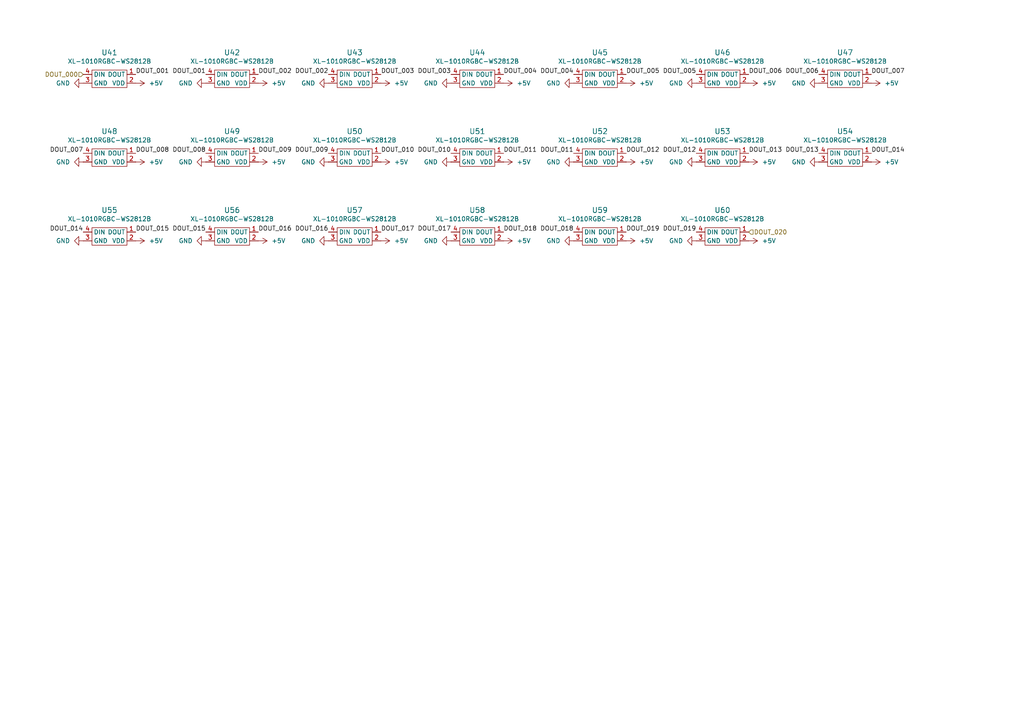
<source format=kicad_sch>
(kicad_sch (version 20250114) (generator "eeschema") (generator_version "9.0")
  (paper "A4")
  (lib_symbols
    (symbol "SK6805-EC10-000:SK6805_EC10-000"
      (property "Reference" "U" (at -2.54 3.556 0))
      (property "Value" "XL-1010RGBC-WS2812B" (at 1.016 -3.81 0))
      (symbol "SK6805_EC10-000_1_1"
        (rectangle (start -5.08 2.54) (end 5.08 -2.54))
        (pin passive line (at -7.62 1.27 0) (length 2.54) (name "DIN") (number "4"))
        (pin passive line (at -7.62 -1.27 0) (length 2.54) (name "GND") (number "3"))
        (pin passive line (at 7.62 1.27 180) (length 2.54) (name "DOUT") (number "1"))
        (pin passive line (at 7.62 -1.27 180) (length 2.54) (name "VDD") (number "2"))
      )
    )
    (symbol "power:+5V" (power) (pin_numbers (hide yes)) (pin_names (offset 0) (hide yes))
      (property "Value" "+5V" (at 0 3.556 0))
      (symbol "+5V_0_1"
        (polyline (pts (xy -0.762 1.27) (xy 0 2.54)))
        (polyline (pts (xy 0 2.54) (xy 0.762 1.27)))
        (polyline (pts (xy 0 0) (xy 0 2.54)))
      )
      (symbol "+5V_1_1"
        (pin power_in line (at 0 0 90) (length 0) (name "~") (number "1"))
      )
    )
    (symbol "power:GND" (power) (pin_numbers (hide yes)) (pin_names (offset 0) (hide yes))
      (property "Value" "GND" (at 0 -3.81 0))
      (symbol "GND_0_1"
        (polyline (pts (xy 0 0) (xy 0 -1.27) (xy 1.27 -1.27) (xy 0 -2.54) (xy -1.27 -1.27) (xy 0 -1.27)))
      )
      (symbol "GND_1_1"
        (pin power_in line (at 0 0 270) (length 0) (name "~") (number "1"))
      )
    )
  )
  (label "DOUT_007" (at 252.73 21.59 0))
  (label "DOUT_011" (at 166.37 44.45 180))
  (label "DOUT_008" (at 59.69 44.45 180))
  (label "DOUT_002" (at 95.25 21.59 180))
  (label "DOUT_018" (at 166.37 67.31 180))
  (label "DOUT_005" (at 181.61 21.59 0))
  (label "DOUT_007" (at 24.13 44.45 180))
  (label "DOUT_001" (at 39.37 21.59 0))
  (label "DOUT_010" (at 110.49 44.45 0))
  (label "DOUT_014" (at 24.13 67.31 180))
  (label "DOUT_019" (at 181.61 67.31 0))
  (label "DOUT_014" (at 252.73 44.45 0))
  (label "DOUT_012" (at 181.61 44.45 0))
  (label "DOUT_017" (at 130.81 67.31 180))
  (label "DOUT_010" (at 130.81 44.45 180))
  (label "DOUT_017" (at 110.49 67.31 0))
  (label "DOUT_019" (at 201.93 67.31 180))
  (label "DOUT_016" (at 74.93 67.31 0))
  (label "DOUT_003" (at 130.81 21.59 180))
  (label "DOUT_003" (at 110.49 21.59 0))
  (label "DOUT_006" (at 217.17 21.59 0))
  (label "DOUT_009" (at 95.25 44.45 180))
  (label "DOUT_012" (at 201.93 44.45 180))
  (label "DOUT_009" (at 74.93 44.45 0))
  (label "DOUT_011" (at 146.05 44.45 0))
  (label "DOUT_015" (at 39.37 67.31 0))
  (label "DOUT_013" (at 237.49 44.45 180))
  (label "DOUT_016" (at 95.25 67.31 180))
  (label "DOUT_006" (at 237.49 21.59 180))
  (label "DOUT_004" (at 166.37 21.59 180))
  (label "DOUT_018" (at 146.05 67.31 0))
  (label "DOUT_013" (at 217.17 44.45 0))
  (label "DOUT_005" (at 201.93 21.59 180))
  (label "DOUT_015" (at 59.69 67.31 180))
  (label "DOUT_001" (at 59.69 21.59 180))
  (label "DOUT_004" (at 146.05 21.59 0))
  (label "DOUT_002" (at 74.93 21.59 0))
  (label "DOUT_008" (at 39.37 44.45 0))
  (hierarchical_label "DOUT_020" (shape input) (at 217.17 67.31 0))
  (hierarchical_label "DOUT_000" (shape input) (at 24.13 21.59 180))
  (symbol (lib_id "power:GND") (at 201.93 69.85 270) (unit 1)
    (property "Reference" "#PWR223" (effects (hide yes)))
    (property "Value" "GND" (at 198.12 69.8499 90) (effects (justify right)))
    (property "Description" "Power symbol creates a global label with name \"GND\" , ground" (effects (hide yes)))
  )
  (symbol (lib_id "SK6805-EC10-000:SK6805_EC10-000") (at 209.55 68.58 0) (unit 1)
    (property "Reference" "U60" (at 209.55 60.96 0) (effects (font (size 1.524 1.524))))
    (property "Value" "XL-1010RGBC-WS2812B" (at 209.55 63.5 0))
    (property "Footprint" "SK6805-EC10-000:SMD-4P,1.1x1.1mm" (effects (hide yes)))
    (property "Datasheet" "4492" (effects (hide yes)))
    (property "LCSC" "C5349953" (effects (hide yes)))
  )
  (symbol (lib_id "power:+5V") (at 39.37 46.99 270) (unit 1)
    (property "Reference" "#PWR171" (effects (hide yes)))
    (property "Value" "+5V" (at 43.18 46.9901 90) (effects (justify left)))
    (property "Description" "Power symbol creates a global label with name \"+5V\"" (effects (hide yes)))
  )
  (symbol (lib_id "power:+5V") (at 217.17 46.99 270) (unit 1)
    (property "Reference" "#PWR231" (effects (hide yes)))
    (property "Value" "+5V" (at 220.98 46.9901 90) (effects (justify left)))
    (property "Description" "Power symbol creates a global label with name \"+5V\"" (effects (hide yes)))
  )
  (symbol (lib_id "SK6805-EC10-000:SK6805_EC10-000") (at 173.99 22.86 0) (unit 1)
    (property "Reference" "U45" (at 173.99 15.24 0) (effects (font (size 1.524 1.524))))
    (property "Value" "XL-1010RGBC-WS2812B" (at 173.99 17.78 0))
    (property "Footprint" "SK6805-EC10-000:SMD-4P,1.1x1.1mm" (effects (hide yes)))
    (property "Datasheet" "4492" (effects (hide yes)))
    (property "LCSC" "C5349953" (effects (hide yes)))
  )
  (symbol (lib_id "SK6805-EC10-000:SK6805_EC10-000") (at 102.87 45.72 0) (unit 1)
    (property "Reference" "U50" (at 102.87 38.1 0) (effects (font (size 1.524 1.524))))
    (property "Value" "XL-1010RGBC-WS2812B" (at 102.87 40.64 0))
    (property "Footprint" "SK6805-EC10-000:SMD-4P,1.1x1.1mm" (effects (hide yes)))
    (property "Datasheet" "4492" (effects (hide yes)))
    (property "LCSC" "C5349953" (effects (hide yes)))
  )
  (symbol (lib_id "power:GND") (at 59.69 46.99 270) (unit 1)
    (property "Reference" "#PWR174" (effects (hide yes)))
    (property "Value" "GND" (at 55.88 46.9899 90) (effects (justify right)))
    (property "Description" "Power symbol creates a global label with name \"GND\" , ground" (effects (hide yes)))
  )
  (symbol (lib_id "SK6805-EC10-000:SK6805_EC10-000") (at 31.75 22.86 0) (unit 1)
    (property "Reference" "U41" (at 31.75 15.24 0) (effects (font (size 1.524 1.524))))
    (property "Value" "XL-1010RGBC-WS2812B" (at 31.75 17.78 0))
    (property "Footprint" "SK6805-EC10-000:SMD-4P,1.1x1.1mm" (effects (hide yes)))
    (property "Datasheet" "4492" (effects (hide yes)))
    (property "LCSC" "C5349953" (effects (hide yes)))
  )
  (symbol (lib_id "power:+5V") (at 110.49 24.13 270) (unit 1)
    (property "Reference" "#PWR194" (effects (hide yes)))
    (property "Value" "+5V" (at 114.3 24.1301 90) (effects (justify left)))
    (property "Description" "Power symbol creates a global label with name \"+5V\"" (effects (hide yes)))
  )
  (symbol (lib_id "SK6805-EC10-000:SK6805_EC10-000") (at 209.55 45.72 0) (unit 1)
    (property "Reference" "U53" (at 209.55 38.1 0) (effects (font (size 1.524 1.524))))
    (property "Value" "XL-1010RGBC-WS2812B" (at 209.55 40.64 0))
    (property "Footprint" "SK6805-EC10-000:SMD-4P,1.1x1.1mm" (effects (hide yes)))
    (property "Datasheet" "4492" (effects (hide yes)))
    (property "LCSC" "C5349953" (effects (hide yes)))
  )
  (symbol (lib_id "SK6805-EC10-000:SK6805_EC10-000") (at 138.43 22.86 0) (unit 1)
    (property "Reference" "U44" (at 138.43 15.24 0) (effects (font (size 1.524 1.524))))
    (property "Value" "XL-1010RGBC-WS2812B" (at 138.43 17.78 0))
    (property "Footprint" "SK6805-EC10-000:SMD-4P,1.1x1.1mm" (effects (hide yes)))
    (property "Datasheet" "4492" (effects (hide yes)))
    (property "LCSC" "C5349953" (effects (hide yes)))
  )
  (symbol (lib_id "power:GND") (at 95.25 69.85 270) (unit 1)
    (property "Reference" "#PWR187" (effects (hide yes)))
    (property "Value" "GND" (at 91.44 69.8499 90) (effects (justify right)))
    (property "Description" "Power symbol creates a global label with name \"GND\" , ground" (effects (hide yes)))
  )
  (symbol (lib_id "SK6805-EC10-000:SK6805_EC10-000") (at 245.11 22.86 0) (unit 1)
    (property "Reference" "U47" (at 245.11 15.24 0) (effects (font (size 1.524 1.524))))
    (property "Value" "XL-1010RGBC-WS2812B" (at 245.11 17.78 0))
    (property "Footprint" "SK6805-EC10-000:SMD-4P,1.1x1.1mm" (effects (hide yes)))
    (property "Datasheet" "4492" (effects (hide yes)))
    (property "LCSC" "C5349953" (effects (hide yes)))
  )
  (symbol (lib_id "power:+5V") (at 181.61 69.85 270) (unit 1)
    (property "Reference" "#PWR220" (effects (hide yes)))
    (property "Value" "+5V" (at 185.42 69.8501 90) (effects (justify left)))
    (property "Description" "Power symbol creates a global label with name \"+5V\"" (effects (hide yes)))
  )
  (symbol (lib_id "power:+5V") (at 39.37 69.85 270) (unit 1)
    (property "Reference" "#PWR172" (effects (hide yes)))
    (property "Value" "+5V" (at 43.18 69.8501 90) (effects (justify left)))
    (property "Description" "Power symbol creates a global label with name \"+5V\"" (effects (hide yes)))
  )
  (symbol (lib_id "power:GND") (at 59.69 24.13 270) (unit 1)
    (property "Reference" "#PWR173" (effects (hide yes)))
    (property "Value" "GND" (at 55.88 24.1299 90) (effects (justify right)))
    (property "Description" "Power symbol creates a global label with name \"GND\" , ground" (effects (hide yes)))
  )
  (symbol (lib_id "power:GND") (at 24.13 24.13 270) (unit 1)
    (property "Reference" "#PWR161" (effects (hide yes)))
    (property "Value" "GND" (at 20.32 24.1299 90) (effects (justify right)))
    (property "Description" "Power symbol creates a global label with name \"GND\" , ground" (effects (hide yes)))
  )
  (symbol (lib_id "power:+5V") (at 74.93 69.85 270) (unit 1)
    (property "Reference" "#PWR184" (effects (hide yes)))
    (property "Value" "+5V" (at 78.74 69.8501 90) (effects (justify left)))
    (property "Description" "Power symbol creates a global label with name \"+5V\"" (effects (hide yes)))
  )
  (symbol (lib_id "power:GND") (at 95.25 46.99 270) (unit 1)
    (property "Reference" "#PWR186" (effects (hide yes)))
    (property "Value" "GND" (at 91.44 46.9899 90) (effects (justify right)))
    (property "Description" "Power symbol creates a global label with name \"GND\" , ground" (effects (hide yes)))
  )
  (symbol (lib_id "SK6805-EC10-000:SK6805_EC10-000") (at 102.87 68.58 0) (unit 1)
    (property "Reference" "U57" (at 102.87 60.96 0) (effects (font (size 1.524 1.524))))
    (property "Value" "XL-1010RGBC-WS2812B" (at 102.87 63.5 0))
    (property "Footprint" "SK6805-EC10-000:SMD-4P,1.1x1.1mm" (effects (hide yes)))
    (property "Datasheet" "4492" (effects (hide yes)))
    (property "LCSC" "C5349953" (effects (hide yes)))
  )
  (symbol (lib_id "SK6805-EC10-000:SK6805_EC10-000") (at 209.55 22.86 0) (unit 1)
    (property "Reference" "U46" (at 209.55 15.24 0) (effects (font (size 1.524 1.524))))
    (property "Value" "XL-1010RGBC-WS2812B" (at 209.55 17.78 0))
    (property "Footprint" "SK6805-EC10-000:SMD-4P,1.1x1.1mm" (effects (hide yes)))
    (property "Datasheet" "4492" (effects (hide yes)))
    (property "LCSC" "C5349953" (effects (hide yes)))
  )
  (symbol (lib_id "SK6805-EC10-000:SK6805_EC10-000") (at 245.11 45.72 0) (unit 1)
    (property "Reference" "U54" (at 245.11 38.1 0) (effects (font (size 1.524 1.524))))
    (property "Value" "XL-1010RGBC-WS2812B" (at 245.11 40.64 0))
    (property "Footprint" "SK6805-EC10-000:SMD-4P,1.1x1.1mm" (effects (hide yes)))
    (property "Datasheet" "4492" (effects (hide yes)))
    (property "LCSC" "C5349953" (effects (hide yes)))
  )
  (symbol (lib_id "power:+5V") (at 181.61 24.13 270) (unit 1)
    (property "Reference" "#PWR218" (effects (hide yes)))
    (property "Value" "+5V" (at 185.42 24.1301 90) (effects (justify left)))
    (property "Description" "Power symbol creates a global label with name \"+5V\"" (effects (hide yes)))
  )
  (symbol (lib_id "power:+5V") (at 181.61 46.99 270) (unit 1)
    (property "Reference" "#PWR219" (effects (hide yes)))
    (property "Value" "+5V" (at 185.42 46.9901 90) (effects (justify left)))
    (property "Description" "Power symbol creates a global label with name \"+5V\"" (effects (hide yes)))
  )
  (symbol (lib_id "power:GND") (at 24.13 69.85 270) (unit 1)
    (property "Reference" "#PWR163" (effects (hide yes)))
    (property "Value" "GND" (at 20.32 69.8499 90) (effects (justify right)))
    (property "Description" "Power symbol creates a global label with name \"GND\" , ground" (effects (hide yes)))
  )
  (symbol (lib_id "SK6805-EC10-000:SK6805_EC10-000") (at 67.31 68.58 0) (unit 1)
    (property "Reference" "U56" (at 67.31 60.96 0) (effects (font (size 1.524 1.524))))
    (property "Value" "XL-1010RGBC-WS2812B" (at 67.31 63.5 0))
    (property "Footprint" "SK6805-EC10-000:SMD-4P,1.1x1.1mm" (effects (hide yes)))
    (property "Datasheet" "4492" (effects (hide yes)))
    (property "LCSC" "C5349953" (effects (hide yes)))
  )
  (symbol (lib_id "power:+5V") (at 217.17 24.13 270) (unit 1)
    (property "Reference" "#PWR230" (effects (hide yes)))
    (property "Value" "+5V" (at 220.98 24.1301 90) (effects (justify left)))
    (property "Description" "Power symbol creates a global label with name \"+5V\"" (effects (hide yes)))
  )
  (symbol (lib_id "power:GND") (at 130.81 69.85 270) (unit 1)
    (property "Reference" "#PWR199" (effects (hide yes)))
    (property "Value" "GND" (at 127 69.8499 90) (effects (justify right)))
    (property "Description" "Power symbol creates a global label with name \"GND\" , ground" (effects (hide yes)))
  )
  (symbol (lib_id "power:+5V") (at 146.05 46.99 270) (unit 1)
    (property "Reference" "#PWR207" (effects (hide yes)))
    (property "Value" "+5V" (at 149.86 46.9901 90) (effects (justify left)))
    (property "Description" "Power symbol creates a global label with name \"+5V\"" (effects (hide yes)))
  )
  (symbol (lib_id "SK6805-EC10-000:SK6805_EC10-000") (at 67.31 22.86 0) (unit 1)
    (property "Reference" "U42" (at 67.31 15.24 0) (effects (font (size 1.524 1.524))))
    (property "Value" "XL-1010RGBC-WS2812B" (at 67.31 17.78 0))
    (property "Footprint" "SK6805-EC10-000:SMD-4P,1.1x1.1mm" (effects (hide yes)))
    (property "Datasheet" "4492" (effects (hide yes)))
    (property "LCSC" "C5349953" (effects (hide yes)))
  )
  (symbol (lib_id "power:+5V") (at 74.93 24.13 270) (unit 1)
    (property "Reference" "#PWR182" (effects (hide yes)))
    (property "Value" "+5V" (at 78.74 24.1301 90) (effects (justify left)))
    (property "Description" "Power symbol creates a global label with name \"+5V\"" (effects (hide yes)))
  )
  (symbol (lib_id "power:GND") (at 201.93 46.99 270) (unit 1)
    (property "Reference" "#PWR222" (effects (hide yes)))
    (property "Value" "GND" (at 198.12 46.9899 90) (effects (justify right)))
    (property "Description" "Power symbol creates a global label with name \"GND\" , ground" (effects (hide yes)))
  )
  (symbol (lib_id "SK6805-EC10-000:SK6805_EC10-000") (at 67.31 45.72 0) (unit 1)
    (property "Reference" "U49" (at 67.31 38.1 0) (effects (font (size 1.524 1.524))))
    (property "Value" "XL-1010RGBC-WS2812B" (at 67.31 40.64 0))
    (property "Footprint" "SK6805-EC10-000:SMD-4P,1.1x1.1mm" (effects (hide yes)))
    (property "Datasheet" "4492" (effects (hide yes)))
    (property "LCSC" "C5349953" (effects (hide yes)))
  )
  (symbol (lib_id "power:+5V") (at 146.05 69.85 270) (unit 1)
    (property "Reference" "#PWR208" (effects (hide yes)))
    (property "Value" "+5V" (at 149.86 69.8501 90) (effects (justify left)))
    (property "Description" "Power symbol creates a global label with name \"+5V\"" (effects (hide yes)))
  )
  (symbol (lib_id "power:+5V") (at 110.49 69.85 270) (unit 1)
    (property "Reference" "#PWR196" (effects (hide yes)))
    (property "Value" "+5V" (at 114.3 69.8501 90) (effects (justify left)))
    (property "Description" "Power symbol creates a global label with name \"+5V\"" (effects (hide yes)))
  )
  (symbol (lib_id "power:+5V") (at 39.37 24.13 270) (unit 1)
    (property "Reference" "#PWR170" (effects (hide yes)))
    (property "Value" "+5V" (at 43.18 24.1301 90) (effects (justify left)))
    (property "Description" "Power symbol creates a global label with name \"+5V\"" (effects (hide yes)))
  )
  (symbol (lib_id "power:+5V") (at 74.93 46.99 270) (unit 1)
    (property "Reference" "#PWR183" (effects (hide yes)))
    (property "Value" "+5V" (at 78.74 46.9901 90) (effects (justify left)))
    (property "Description" "Power symbol creates a global label with name \"+5V\"" (effects (hide yes)))
  )
  (symbol (lib_id "SK6805-EC10-000:SK6805_EC10-000") (at 173.99 45.72 0) (unit 1)
    (property "Reference" "U52" (at 173.99 38.1 0) (effects (font (size 1.524 1.524))))
    (property "Value" "XL-1010RGBC-WS2812B" (at 173.99 40.64 0))
    (property "Footprint" "SK6805-EC10-000:SMD-4P,1.1x1.1mm" (effects (hide yes)))
    (property "Datasheet" "4492" (effects (hide yes)))
    (property "LCSC" "C5349953" (effects (hide yes)))
  )
  (symbol (lib_id "power:GND") (at 237.49 46.99 270) (unit 1)
    (property "Reference" "#PWR234" (effects (hide yes)))
    (property "Value" "GND" (at 233.68 46.9899 90) (effects (justify right)))
    (property "Description" "Power symbol creates a global label with name \"GND\" , ground" (effects (hide yes)))
  )
  (symbol (lib_id "power:GND") (at 59.69 69.85 270) (unit 1)
    (property "Reference" "#PWR175" (effects (hide yes)))
    (property "Value" "GND" (at 55.88 69.8499 90) (effects (justify right)))
    (property "Description" "Power symbol creates a global label with name \"GND\" , ground" (effects (hide yes)))
  )
  (symbol (lib_id "power:GND") (at 166.37 46.99 270) (unit 1)
    (property "Reference" "#PWR210" (effects (hide yes)))
    (property "Value" "GND" (at 162.56 46.9899 90) (effects (justify right)))
    (property "Description" "Power symbol creates a global label with name \"GND\" , ground" (effects (hide yes)))
  )
  (symbol (lib_id "power:GND") (at 237.49 24.13 270) (unit 1)
    (property "Reference" "#PWR233" (effects (hide yes)))
    (property "Value" "GND" (at 233.68 24.1299 90) (effects (justify right)))
    (property "Description" "Power symbol creates a global label with name \"GND\" , ground" (effects (hide yes)))
  )
  (symbol (lib_id "power:GND") (at 24.13 46.99 270) (unit 1)
    (property "Reference" "#PWR162" (effects (hide yes)))
    (property "Value" "GND" (at 20.32 46.9899 90) (effects (justify right)))
    (property "Description" "Power symbol creates a global label with name \"GND\" , ground" (effects (hide yes)))
  )
  (symbol (lib_id "power:GND") (at 166.37 24.13 270) (unit 1)
    (property "Reference" "#PWR209" (effects (hide yes)))
    (property "Value" "GND" (at 162.56 24.1299 90) (effects (justify right)))
    (property "Description" "Power symbol creates a global label with name \"GND\" , ground" (effects (hide yes)))
  )
  (symbol (lib_id "power:+5V") (at 252.73 24.13 270) (unit 1)
    (property "Reference" "#PWR239" (effects (hide yes)))
    (property "Value" "+5V" (at 256.54 24.1301 90) (effects (justify left)))
    (property "Description" "Power symbol creates a global label with name \"+5V\"" (effects (hide yes)))
  )
  (symbol (lib_id "SK6805-EC10-000:SK6805_EC10-000") (at 138.43 45.72 0) (unit 1)
    (property "Reference" "U51" (at 138.43 38.1 0) (effects (font (size 1.524 1.524))))
    (property "Value" "XL-1010RGBC-WS2812B" (at 138.43 40.64 0))
    (property "Footprint" "SK6805-EC10-000:SMD-4P,1.1x1.1mm" (effects (hide yes)))
    (property "Datasheet" "4492" (effects (hide yes)))
    (property "LCSC" "C5349953" (effects (hide yes)))
  )
  (symbol (lib_id "SK6805-EC10-000:SK6805_EC10-000") (at 173.99 68.58 0) (unit 1)
    (property "Reference" "U59" (at 173.99 60.96 0) (effects (font (size 1.524 1.524))))
    (property "Value" "XL-1010RGBC-WS2812B" (at 173.99 63.5 0))
    (property "Footprint" "SK6805-EC10-000:SMD-4P,1.1x1.1mm" (effects (hide yes)))
    (property "Datasheet" "4492" (effects (hide yes)))
    (property "LCSC" "C5349953" (effects (hide yes)))
  )
  (symbol (lib_id "power:+5V") (at 110.49 46.99 270) (unit 1)
    (property "Reference" "#PWR195" (effects (hide yes)))
    (property "Value" "+5V" (at 114.3 46.9901 90) (effects (justify left)))
    (property "Description" "Power symbol creates a global label with name \"+5V\"" (effects (hide yes)))
  )
  (symbol (lib_id "SK6805-EC10-000:SK6805_EC10-000") (at 31.75 45.72 0) (unit 1)
    (property "Reference" "U48" (at 31.75 38.1 0) (effects (font (size 1.524 1.524))))
    (property "Value" "XL-1010RGBC-WS2812B" (at 31.75 40.64 0))
    (property "Footprint" "SK6805-EC10-000:SMD-4P,1.1x1.1mm" (effects (hide yes)))
    (property "Datasheet" "4492" (effects (hide yes)))
    (property "LCSC" "C5349953" (effects (hide yes)))
  )
  (symbol (lib_id "SK6805-EC10-000:SK6805_EC10-000") (at 31.75 68.58 0) (unit 1)
    (property "Reference" "U55" (at 31.75 60.96 0) (effects (font (size 1.524 1.524))))
    (property "Value" "XL-1010RGBC-WS2812B" (at 31.75 63.5 0))
    (property "Footprint" "SK6805-EC10-000:SMD-4P,1.1x1.1mm" (effects (hide yes)))
    (property "Datasheet" "4492" (effects (hide yes)))
    (property "LCSC" "C5349953" (effects (hide yes)))
  )
  (symbol (lib_id "power:GND") (at 95.25 24.13 270) (unit 1)
    (property "Reference" "#PWR185" (effects (hide yes)))
    (property "Value" "GND" (at 91.44 24.1299 90) (effects (justify right)))
    (property "Description" "Power symbol creates a global label with name \"GND\" , ground" (effects (hide yes)))
  )
  (symbol (lib_id "SK6805-EC10-000:SK6805_EC10-000") (at 102.87 22.86 0) (unit 1)
    (property "Reference" "U43" (at 102.87 15.24 0) (effects (font (size 1.524 1.524))))
    (property "Value" "XL-1010RGBC-WS2812B" (at 102.87 17.78 0))
    (property "Footprint" "SK6805-EC10-000:SMD-4P,1.1x1.1mm" (effects (hide yes)))
    (property "Datasheet" "4492" (effects (hide yes)))
    (property "LCSC" "C5349953" (effects (hide yes)))
  )
  (symbol (lib_id "power:+5V") (at 146.05 24.13 270) (unit 1)
    (property "Reference" "#PWR206" (effects (hide yes)))
    (property "Value" "+5V" (at 149.86 24.1301 90) (effects (justify left)))
    (property "Description" "Power symbol creates a global label with name \"+5V\"" (effects (hide yes)))
  )
  (symbol (lib_id "power:+5V") (at 252.73 46.99 270) (unit 1)
    (property "Reference" "#PWR240" (effects (hide yes)))
    (property "Value" "+5V" (at 256.54 46.9901 90) (effects (justify left)))
    (property "Description" "Power symbol creates a global label with name \"+5V\"" (effects (hide yes)))
  )
  (symbol (lib_id "power:GND") (at 166.37 69.85 270) (unit 1)
    (property "Reference" "#PWR211" (effects (hide yes)))
    (property "Value" "GND" (at 162.56 69.8499 90) (effects (justify right)))
    (property "Description" "Power symbol creates a global label with name \"GND\" , ground" (effects (hide yes)))
  )
  (symbol (lib_id "power:GND") (at 130.81 24.13 270) (unit 1)
    (property "Reference" "#PWR197" (effects (hide yes)))
    (property "Value" "GND" (at 127 24.1299 90) (effects (justify right)))
    (property "Description" "Power symbol creates a global label with name \"GND\" , ground" (effects (hide yes)))
  )
  (symbol (lib_id "SK6805-EC10-000:SK6805_EC10-000") (at 138.43 68.58 0) (unit 1)
    (property "Reference" "U58" (at 138.43 60.96 0) (effects (font (size 1.524 1.524))))
    (property "Value" "XL-1010RGBC-WS2812B" (at 138.43 63.5 0))
    (property "Footprint" "SK6805-EC10-000:SMD-4P,1.1x1.1mm" (effects (hide yes)))
    (property "Datasheet" "4492" (effects (hide yes)))
    (property "LCSC" "C5349953" (effects (hide yes)))
  )
  (symbol (lib_id "power:GND") (at 130.81 46.99 270) (unit 1)
    (property "Reference" "#PWR198" (effects (hide yes)))
    (property "Value" "GND" (at 127 46.9899 90) (effects (justify right)))
    (property "Description" "Power symbol creates a global label with name \"GND\" , ground" (effects (hide yes)))
  )
  (symbol (lib_id "power:+5V") (at 217.17 69.85 270) (unit 1)
    (property "Reference" "#PWR232" (effects (hide yes)))
    (property "Value" "+5V" (at 220.98 69.8501 90) (effects (justify left)))
    (property "Description" "Power symbol creates a global label with name \"+5V\"" (effects (hide yes)))
  )
  (symbol (lib_id "power:GND") (at 201.93 24.13 270) (unit 1)
    (property "Reference" "#PWR221" (effects (hide yes)))
    (property "Value" "GND" (at 198.12 24.1299 90) (effects (justify right)))
    (property "Description" "Power symbol creates a global label with name \"GND\" , ground" (effects (hide yes)))
  )
)
</source>
